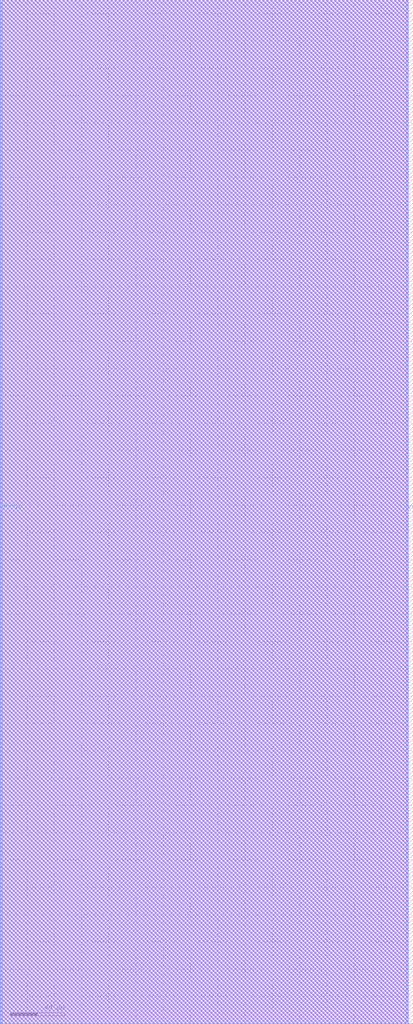
<source format=lef>
VERSION 5.7 ;
  NOWIREEXTENSIONATPIN ON ;
  DIVIDERCHAR "/" ;
  BUSBITCHARS "[]" ;
MACRO Art
  CLASS BLOCK ;
  FOREIGN Art ;
  ORIGIN -0.200 0.000 ;
  SIZE 302.920 BY 750.000 ;
  PIN vccd1
    DIRECTION INPUT ;
    USE POWER ;
    PORT
      LAYER met4 ;
        RECT 0.20000 0.00000 1.80000 750.00000 ;
    END
  END vccd1
  PIN vssd1
    DIRECTION INPUT ;
    USE GROUND ;
    PORT
      LAYER met4 ;
        RECT 298.20000 0.00000 299.80000 750.00000 ;
    END
  END vssd1
  OBS
    LAYER  met1 ;
      RECT  0.200 0.0 299.800 750.0 ;
	LAYER  met1 ;
      RECT  0.200 0.0 299.800 750.0 ;
	LAYER  met2 ;
      RECT  0.200 0.0 299.800 750.0 ;
	LAYER  met3 ;
      RECT  0.200 0.0 299.800 750.0 ;
	LAYER  met4 ;
      RECT  0.200 0.0 299.800 750.0 ;
  END
END Art
END LIBRARY

</source>
